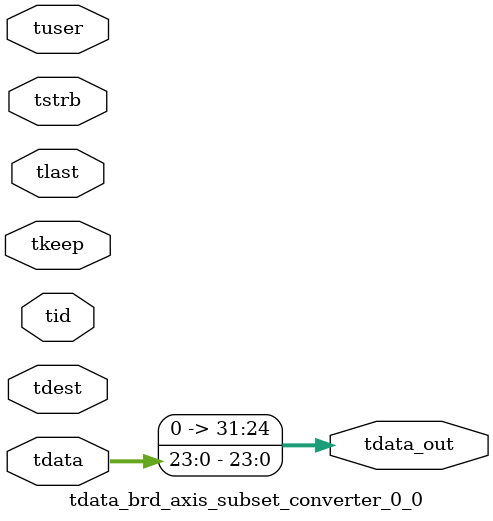
<source format=v>


`timescale 1ps/1ps

module tdata_brd_axis_subset_converter_0_0 #
(
parameter C_S_AXIS_TDATA_WIDTH = 32,
parameter C_S_AXIS_TUSER_WIDTH = 0,
parameter C_S_AXIS_TID_WIDTH   = 0,
parameter C_S_AXIS_TDEST_WIDTH = 0,
parameter C_M_AXIS_TDATA_WIDTH = 32
)
(
input  [(C_S_AXIS_TDATA_WIDTH == 0 ? 1 : C_S_AXIS_TDATA_WIDTH)-1:0     ] tdata,
input  [(C_S_AXIS_TUSER_WIDTH == 0 ? 1 : C_S_AXIS_TUSER_WIDTH)-1:0     ] tuser,
input  [(C_S_AXIS_TID_WIDTH   == 0 ? 1 : C_S_AXIS_TID_WIDTH)-1:0       ] tid,
input  [(C_S_AXIS_TDEST_WIDTH == 0 ? 1 : C_S_AXIS_TDEST_WIDTH)-1:0     ] tdest,
input  [(C_S_AXIS_TDATA_WIDTH/8)-1:0 ] tkeep,
input  [(C_S_AXIS_TDATA_WIDTH/8)-1:0 ] tstrb,
input                                                                    tlast,
output [C_M_AXIS_TDATA_WIDTH-1:0] tdata_out
);

assign tdata_out = {tdata[23:0]};

endmodule


</source>
